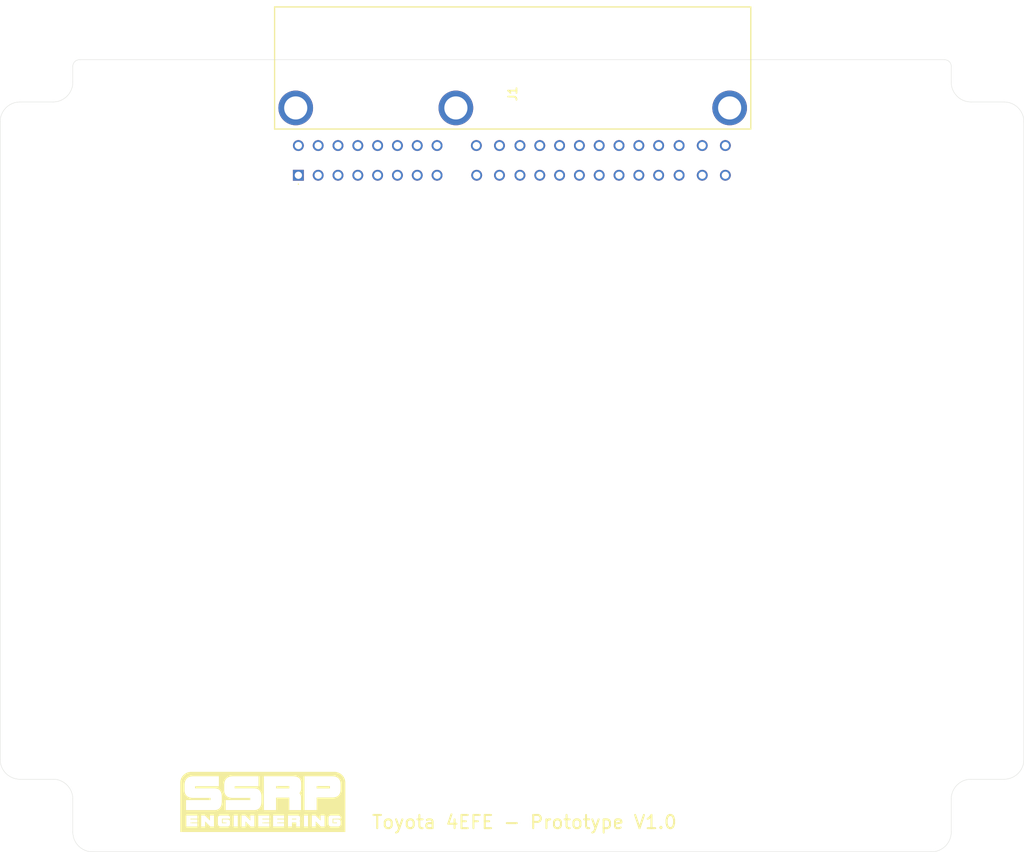
<source format=kicad_pcb>
(kicad_pcb (version 20221018) (generator pcbnew)
  (layers (0 "F.Cu" signal) (31 "B.Cu" signal) (34 "B.Paste" user) (35 "F.Paste" user) (36 "B.SilkS" user "B.Silkscreen") (37 "F.SilkS" user "F.Silkscreen") (38 "B.Mask" user) (39 "F.Mask" user) (44 "Edge.Cuts" user))
  (net 0 "")
  (footprint "4EFE Connector:1754466" (layer "F.Cu") (at 116.87868 52.02868 90)
    (fp_text reference "J1" (at 12.337 32.45 90) (layer "F.SilkS") (effects (font (size 1.27 1.27) (thickness 0.254))))
    (fp_text value "175446-6" hide)
    (fp_line (start -1.4 0) (end -1.4 0) (stroke (width 0.1)) (layer "F.SilkS"))
    (fp_line (start -1.3 0) (end -1.3 0) (stroke (width 0.1)) (layer "F.SilkS"))
    (fp_line (start 7 -3.6) (end 25.5 -3.6) (stroke (width 0.2)) (layer "F.SilkS"))
    (fp_line (start 7 68.5) (end 7 -3.6) (stroke (width 0.2)) (layer "F.SilkS"))
    (fp_line (start 25.5 -3.6) (end 25.5 68.5) (stroke (width 0.2)) (layer "F.SilkS"))
    (fp_line (start 25.5 68.5) (end 7 68.5) (stroke (width 0.2)) (layer "F.SilkS"))
    (fp_arc (start -1.4 0) (mid -1.35 -0.05) (end -1.3 0) (stroke (width 0.1)) (layer "F.SilkS"))
    (fp_arc (start -1.3 0) (mid -1.35 0.05) (end -1.4 0) (stroke (width 0.1)) (layer "F.SilkS"))
    (pad "1" thru_hole rect (at 0 0 90) (size 1.65 1.65) (drill 1.1) (layers "*.Cu" "*.Mask"))
    (pad "2" thru_hole circle (at 0 3 90) (size 1.65 1.65) (drill 1.1) (layers "*.Cu" "*.Mask"))
    (pad "3" thru_hole circle (at 0 6 90) (size 1.65 1.65) (drill 1.1) (layers "*.Cu" "*.Mask"))
    (pad "4" thru_hole circle (at 0 9 90) (size 1.65 1.65) (drill 1.1) (layers "*.Cu" "*.Mask"))
    (pad "5" thru_hole circle (at 0 12 90) (size 1.65 1.65) (drill 1.1) (layers "*.Cu" "*.Mask"))
    (pad "6" thru_hole circle (at 0 15 90) (size 1.65 1.65) (drill 1.1) (layers "*.Cu" "*.Mask"))
    (pad "7" thru_hole circle (at 0 18 90) (size 1.65 1.65) (drill 1.1) (layers "*.Cu" "*.Mask"))
    (pad "8" thru_hole circle (at 0 21 90) (size 1.65 1.65) (drill 1.1) (layers "*.Cu" "*.Mask"))
    (pad "9" thru_hole circle (at 4.5 0 90) (size 1.65 1.65) (drill 1.1) (layers "*.Cu" "*.Mask"))
    (pad "10" thru_hole circle (at 4.5 3 90) (size 1.65 1.65) (drill 1.1) (layers "*.Cu" "*.Mask"))
    (pad "11" thru_hole circle (at 4.5 6 90) (size 1.65 1.65) (drill 1.1) (layers "*.Cu" "*.Mask"))
    (pad "12" thru_hole circle (at 4.5 9 90) (size 1.65 1.65) (drill 1.1) (layers "*.Cu" "*.Mask"))
    (pad "13" thru_hole circle (at 4.5 12 90) (size 1.65 1.65) (drill 1.1) (layers "*.Cu" "*.Mask"))
    (pad "14" thru_hole circle (at 4.5 15 90) (size 1.65 1.65) (drill 1.1) (layers "*.Cu" "*.Mask"))
    (pad "15" thru_hole circle (at 4.5 18 90) (size 1.65 1.65) (drill 1.1) (layers "*.Cu" "*.Mask"))
    (pad "16" thru_hole circle (at 4.5 21 90) (size 1.65 1.65) (drill 1.1) (layers "*.Cu" "*.Mask"))
    (pad "101" thru_hole circle (at 0 27 90) (size 1.65 1.65) (drill 1.1) (layers "*.Cu" "*.Mask"))
    (pad "102" thru_hole circle (at 0 30.45 90) (size 1.65 1.65) (drill 1.1) (layers "*.Cu" "*.Mask"))
    (pad "103" thru_hole circle (at 0 33.55 90) (size 1.65 1.65) (drill 1.1) (layers "*.Cu" "*.Mask"))
    (pad "104" thru_hole circle (at 0 36.55 90) (size 1.65 1.65) (drill 1.1) (layers "*.Cu" "*.Mask"))
    (pad "105" thru_hole circle (at 0 39.55 90) (size 1.65 1.65) (drill 1.1) (layers "*.Cu" "*.Mask"))
    (pad "106" thru_hole circle (at 0 42.55 90) (size 1.65 1.65) (drill 1.1) (layers "*.Cu" "*.Mask"))
    (pad "107" thru_hole circle (at 0 45.55 90) (size 1.65 1.65) (drill 1.1) (layers "*.Cu" "*.Mask"))
    (pad "108" thru_hole circle (at 0 48.55 90) (size 1.65 1.65) (drill 1.1) (layers "*.Cu" "*.Mask"))
    (pad "109" thru_hole circle (at 0 51.55 90) (size 1.65 1.65) (drill 1.1) (layers "*.Cu" "*.Mask"))
    (pad "110" thru_hole circle (at 0 54.55 90) (size 1.65 1.65) (drill 1.1) (layers "*.Cu" "*.Mask"))
    (pad "111" thru_hole circle (at 0 57.65 90) (size 1.65 1.65) (drill 1.1) (layers "*.Cu" "*.Mask"))
    (pad "112" thru_hole circle (at 0 61.15 90) (size 1.65 1.65) (drill 1.1) (layers "*.Cu" "*.Mask"))
    (pad "113" thru_hole circle (at 0 64.65 90) (size 1.65 1.65) (drill 1.1) (layers "*.Cu" "*.Mask"))
    (pad "114" thru_hole circle (at 4.5 26.95 90) (size 1.65 1.65) (drill 1.1) (layers "*.Cu" "*.Mask"))
    (pad "115" thru_hole circle (at 4.5 30.45 90) (size 1.65 1.65) (drill 1.1) (layers "*.Cu" "*.Mask"))
    (pad "116" thru_hole circle (at 4.5 33.55 90) (size 1.65 1.65) (drill 1.1) (layers "*.Cu" "*.Mask"))
    (pad "117" thru_hole circle (at 4.5 36.55 90) (size 1.65 1.65) (drill 1.1) (layers "*.Cu" "*.Mask"))
    (pad "118" thru_hole circle (at 4.5 39.55 90) (size 1.65 1.65) (drill 1.1) (layers "*.Cu" "*.Mask"))
    (pad "119" thru_hole circle (at 4.5 42.55 90) (size 1.65 1.65) (drill 1.1) (layers "*.Cu" "*.Mask"))
    (pad "120" thru_hole circle (at 4.5 45.55 90) (size 1.65 1.65) (drill 1.1) (layers "*.Cu" "*.Mask"))
    (pad "121" thru_hole circle (at 4.5 48.55 90) (size 1.65 1.65) (drill 1.1) (layers "*.Cu" "*.Mask"))
    (pad "122" thru_hole circle (at 4.5 51.55 90) (size 1.65 1.65) (drill 1.1) (layers "*.Cu" "*.Mask"))
    (pad "123" thru_hole circle (at 4.5 54.55 90) (size 1.65 1.65) (drill 1.1) (layers "*.Cu" "*.Mask"))
    (pad "124" thru_hole circle (at 4.5 57.65 90) (size 1.65 1.65) (drill 1.1) (layers "*.Cu" "*.Mask"))
    (pad "125" thru_hole circle (at 4.5 61.15 90) (size 1.65 1.65) (drill 1.1) (layers "*.Cu" "*.Mask"))
    (pad "126" thru_hole circle (at 4.5 64.65 90) (size 1.65 1.65) (drill 1.1) (layers "*.Cu" "*.Mask"))
    (pad "MH1" thru_hole circle (at 10.2 -0.4 90) (size 5.25 5.25) (drill 3.5) (layers "*.Cu" "*.Mask"))
    (pad "MH2" thru_hole circle (at 10.2 23.85 90) (size 5.25 5.25) (drill 3.5) (layers "*.Cu" "*.Mask"))
    (pad "MH3" thru_hole circle (at 10.2 65.3 90) (size 5.25 5.25) (drill 3.5) (layers "*.Cu" "*.Mask"))
  )
  (gr_poly (pts (xy 122.421595 142.411439) (xy 122.505475 142.417817) (xy 122.588135 142.42832) (xy 122.669471 142.442845) (xy 122.749379 142.461287) (xy 122.827757 142.483543) (xy 122.904499 142.509509) (xy 122.979503 142.539081) (xy 123.052664 142.572156) (xy 123.12388 142.608629) (xy 123.193045 142.648398) (xy 123.260056 142.691358) (xy 123.32481 142.737406) (xy 123.387203 142.786437) (xy 123.44713 142.838348) (xy 123.504488 142.893036) (xy 123.559174 142.950395) (xy 123.611084 143.010324) (xy 123.660113 143.072718) (xy 123.706159 143.137472) (xy 123.749116 143.204485) (xy 123.788882 143.27365) (xy 123.825353 143.344866) (xy 123.858425 143.418028) (xy 123.887994 143.493032) (xy 123.913956 143.569775) (xy 123.936208 143.648153) (xy 123.954646 143.728062) (xy 123.969166 143.809398) (xy 123.979664 143.892057) (xy 123.986037 143.975937) (xy 123.988181 144.060932) (xy 123.988181 151.525) (xy 99 151.525) (xy 99 150.690629) (xy 99.917864 150.690629) (xy 101.583199 150.690629) (xy 102.168069 150.690629) (xy 102.76091 150.690629) (xy 102.762006 149.91346) (xy 103.533636 150.690629) (xy 104.10104 150.690629) (xy 107.087033 150.690629) (xy 107.704337 150.690629) (xy 108.280322 150.690629) (xy 108.873163 150.690629) (xy 108.87426 149.91346) (xy 109.64589 150.690629) (xy 110.213295 150.690629) (xy 110.805829 150.690629) (xy 112.471165 150.690629) (xy 113.056035 150.690629) (xy 114.721368 150.690629) (xy 117.72069 150.690629) (xy 118.338055 150.690629) (xy 118.914039 150.690629) (xy 119.506943 150.690629) (xy 119.507977 149.91346) (xy 120.279668 150.690629) (xy 120.847012 150.690629) (xy 120.847012 150.246513) (xy 121.439608 150.246513) (xy 121.440029 150.273835) (xy 121.441291 150.300289) (xy 121.443395 150.325877) (xy 121.44634 150.350597) (xy 121.450127 150.374449) (xy 121.454755 150.397435) (xy 121.460225 150.419553) (xy 121.466536 150.440804) (xy 121.473688 150.461188) (xy 121.481682 150.480705) (xy 121.490517 150.499354) (xy 121.500193 150.517136) (xy 121.510711 150.53405) (xy 121.522071 150.550098) (xy 121.534271 150.565278) (xy 121.547313 150.57959) (xy 121.561196 150.593036) (xy 121.575921 150.605614) (xy 121.591487 150.617324) (xy 121.607894 150.628167) (xy 121.625142 150.638143) (xy 121.643232 150.647251) (xy 121.662163 150.655492) (xy 121.681935 150.662866) (xy 121.702548 150.669372) (xy 121.724003 150.675011) (xy 121.746299 150.679782) (xy 121.769436 150.683685) (xy 121.793414 150.686722) (xy 121.818233 150.68889) (xy 121.843894 150.690192) (xy 121.870395 150.690625) (xy 122.858422 150.690625) (xy 122.88377 150.690203) (xy 122.90832 150.688934) (xy 122.932072 150.68682) (xy 122.955026 150.683859) (xy 122.977182 150.680054) (xy 122.99854 150.675402) (xy 123.0191 150.669905) (xy 123.038862 150.663562) (xy 123.057826 150.656374) (xy 123.075991 150.64834) (xy 123.093359 150.639461) (xy 123.109928 150.629736) (xy 123.125699 150.619165) (xy 123.140672 150.607749) (xy 123.154847 150.595488) (xy 123.168224 150.582381) (xy 123.180802 150.568429) (xy 123.192583 150.553631) (xy 123.203565 150.537988) (xy 123.213749 150.521499) (xy 123.223135 150.504166) (xy 123.231722 150.485986) (xy 123.239511 150.466962) (xy 123.246502 150.447092) (xy 123.252695 150.426378) (xy 123.258089 150.404817) (xy 123.262686 150.382412) (xy 123.266483 150.359162) (xy 123.269483 150.335066) (xy 123.271684 150.310125) (xy 123.273691 150.257708) (xy 123.273691 149.99342) (xy 123.27302 149.970467) (xy 123.271555 149.948241) (xy 123.269295 149.926741) (xy 123.266241 149.905968) (xy 123.262393 149.885921) (xy 123.257751 149.866601) (xy 123.252314 149.848007) (xy 123.246083 149.83014) (xy 123.239058 149.813) (xy 123.23124 149.796586) (xy 123.222627 149.780898) (xy 123.21322 149.765937) (xy 123.203019 149.751702) (xy 123.192025 149.738194) (xy 123.180236 149.725412) (xy 123.167654 149.713356) (xy 123.154278 149.702027) (xy 123.140109 149.691424) (xy 123.125145 149.681547) (xy 123.109388 149.672396) (xy 123.092838 149.663972) (xy 123.075494 149.656274) (xy 123.057357 149.649302) (xy 123.038426 149.643056) (xy 123.018702 149.637537) (xy 122.998184 149.632743) (xy 122.976874 149.628676) (xy 122.95477 149.625335) (xy 122.908182 149.62083) (xy 122.858422 149.61923) (xy 122.171196 149.61923) (xy 122.171196 150.078919) (xy 122.728559 150.078919) (xy 122.728559 150.190954) (xy 122.054661 150.190954) (xy 122.054661 149.504885) (xy 123.273632 149.506041) (xy 123.273695 149.506041) (xy 123.273695 149.358346) (xy 123.273079 149.337854) (xy 123.271644 149.318012) (xy 123.269389 149.298821) (xy 123.266314 149.280281) (xy 123.26242 149.262391) (xy 123.257706 149.245152) (xy 123.252171 149.228564) (xy 123.245818 149.212627) (xy 123.238644 149.19734) (xy 123.23065 149.182703) (xy 123.221837 149.168718) (xy 123.212203 149.155383) (xy 123.20175 149.142698) (xy 123.190477 149.130664) (xy 123.178384 149.119281) (xy 123.165472 149.108548) (xy 123.151739 149.098466) (xy 123.137186 149.089035) (xy 123.121814 149.080253) (xy 123.105621 149.072123) (xy 123.088608 149.064643) (xy 123.070776 149.057813) (xy 123.052123 149.051634) (xy 123.032651 149.046106) (xy 122.991246 149.037) (xy 122.946561 149.030496) (xy 122.898595 149.026593) (xy 122.847349 149.025293) (xy 121.87149 149.025293) (xy 121.844916 149.025618) (xy 121.819185 149.026593) (xy 121.794298 149.028219) (xy 121.770256 149.030496) (xy 121.747057 149.033423) (xy 121.724702 149.037) (xy 121.703191 149.041227) (xy 121.682524 149.046106) (xy 121.662701 149.051634) (xy 121.643721 149.057813) (xy 121.625586 149.064643) (xy 121.608294 149.072123) (xy 121.591846 149.080253) (xy 121.576241 149.089035) (xy 121.56148 149.098466) (xy 121.547563 149.108548) (xy 121.53449 149.119281) (xy 121.52226 149.130664) (xy 121.510873 149.142698) (xy 121.500331 149.155383) (xy 121.490632 149.168718) (xy 121.481776 149.182703) (xy 121.473764 149.19734) (xy 121.466595 149.212627) (xy 121.46027 149.228564) (xy 121.454788 149.245152) (xy 121.45015 149.262391) (xy 121.446355 149.280281) (xy 121.443403 149.298821) (xy 121.441295 149.318012) (xy 121.44003 149.337854) (xy 121.439608 149.358346) (xy 121.439608 150.246513) (xy 120.847012 150.246513) (xy 120.847012 149.025294) (xy 120.24632 149.025294) (xy 120.24632 149.802464) (xy 119.469151 149.025294) (xy 118.914039 149.025294) (xy 118.914039 150.690629) (xy 118.338055 150.690629) (xy 118.338055 149.025294) (xy 117.72069 149.025294) (xy 117.72069 150.690629) (xy 114.721368 150.690629) (xy 114.721368 150.690569) (xy 115.306177 150.690569) (xy 115.905712 150.690569) (xy 115.905712 150.075452) (xy 116.558555 150.075452) (xy 116.558555 150.690569) (xy 117.132594 150.690569) (xy 117.132594 150.069977) (xy 117.132534 150.054304) (xy 117.131806 150.038936) (xy 117.130411 150.023872) (xy 117.128349 150.009113) (xy 117.125619 149.994657) (xy 117.122221 149.980506) (xy 117.118157 149.966658) (xy 117.113424 149.953114) (xy 117.108024 149.939873) (xy 117.101957 149.926934) (xy 117.095222 149.914298) (xy 117.08782 149.901964) (xy 117.07975 149.889933) (xy 117.071013 149.878203) (xy 117.061608 149.866774) (xy 117.051536 149.855647) (xy 117.061887 149.844975) (xy 117.071581 149.833794) (xy 117.080616 149.822103) (xy 117.088994 149.809902) (xy 117.096713 149.797191) (xy 117.103774 149.783969) (xy 117.110176 149.770237) (xy 117.11592 149.755993) (xy 117.121005 149.741238) (xy 117.12543 149.725971) (xy 117.129196 149.710192) (xy 117.132303 149.693902) (xy 117.13475 149.677098) (xy 117.136538 149.659782) (xy 117.137665 149.641954) (xy 117.138132 149.623612) (xy 117.13807 149.623612) (xy 117.13807 149.358287) (xy 117.137445 149.337794) (xy 117.135992 149.317952) (xy 117.133711 149.298762) (xy 117.130602 149.280221) (xy 117.126665 149.262332) (xy 117.121899 149.245093) (xy 117.116306 149.228505) (xy 117.109885 149.212567) (xy 117.102635 149.19728) (xy 117.094558 149.182644) (xy 117.085652 149.168658) (xy 117.075918 149.155323) (xy 117.065356 149.142639) (xy 117.053965 149.130605) (xy 117.041747 149.119221) (xy 117.0287 149.108489) (xy 117.014824 149.098407) (xy 117.000121 149.088975) (xy 116.984589 149.080194) (xy 116.968229 149.072063) (xy 116.95104 149.064583) (xy 116.933023 149.057754) (xy 116.914177 149.051575) (xy 116.894503 149.046046) (xy 116.85267 149.03694) (xy 116.807522 149.030436) (xy 116.75906 149.026534) (xy 116.707284 149.025233) (xy 115.306177 149.025233) (xy 115.306177 150.690569) (xy 114.721368 150.690569) (xy 114.721368 150.186634) (xy 113.673339 150.186634) (xy 113.673339 150.07661) (xy 114.721368 150.07661) (xy 114.721368 149.62361) (xy 113.673339 149.62361) (xy 113.673339 149.507015) (xy 114.72137 149.507015) (xy 114.72137 149.025294) (xy 113.056035 149.025294) (xy 113.056035 150.690629) (xy 112.471165 150.690629) (xy 112.471165 150.186634) (xy 111.423134 150.186634) (xy 111.423134 150.07661) (xy 112.471165 150.07661) (xy 112.471165 149.62361) (xy 111.423134 149.62361) (xy 111.423134 149.507015) (xy 112.471165 149.507015) (xy 112.471165 149.025294) (xy 110.805829 149.025294) (xy 110.805829 150.690629) (xy 110.213295 150.690629) (xy 110.213295 149.025294) (xy 109.612603 149.025294) (xy 109.612603 149.802464) (xy 108.835434 149.025294) (xy 108.280322 149.025294) (xy 108.280322 150.690629) (xy 107.704337 150.690629) (xy 107.704337 149.025294) (xy 107.087033 149.025294) (xy 107.087033 150.690629) (xy 104.10104 150.690629) (xy 104.10104 150.246513) (xy 104.693699 150.246513) (xy 104.69412 150.273835) (xy 104.695382 150.300289) (xy 104.697486 150.325877) (xy 104.700431 150.350597) (xy 104.704218 150.374449) (xy 104.708846 150.397435) (xy 104.714315 150.419553) (xy 104.720626 150.440804) (xy 104.727779 150.461188) (xy 104.735772 150.480705) (xy 104.744608 150.499354) (xy 104.754284 150.517136) (xy 104.764802 150.53405) (xy 104.776161 150.550098) (xy 104.788362 150.565278) (xy 104.801404 150.57959) (xy 104.815287 150.593036) (xy 104.830011 150.605614) (xy 104.845577 150.617324) (xy 104.861984 150.628167) (xy 104.879232 150.638143) (xy 104.897322 150.647251) (xy 104.916253 150.655492) (xy 104.936025 150.662866) (xy 104.956638 150.669372) (xy 104.978093 150.675011) (xy 105.000389 150.679782) (xy 105.023526 150.683685) (xy 105.047504 150.686722) (xy 105.072323 150.68889) (xy 105.097984 150.690192) (xy 105.124485 150.690625) (xy 106.112574 150.690625) (xy 106.137917 150.690203) (xy 106.162462 150.688934) (xy 106.186209 150.68682) (xy 106.209158 150.683859) (xy 106.23131 150.680054) (xy 106.252664 150.675402) (xy 106.27322 150.669905) (xy 106.292978 150.663562) (xy 106.311939 150.656374) (xy 106.330102 150.64834) (xy 106.347466 150.639461) (xy 106.364033 150.629736) (xy 106.379802 150.619165) (xy 106.394774 150.607749) (xy 106.408947 150.595488) (xy 106.422322 150.582381) (xy 106.434899 150.568429) (xy 106.446678 150.553631) (xy 106.457659 150.537988) (xy 106.467843 150.521499) (xy 106.477228 150.504166) (xy 106.485814 150.485986) (xy 106.493603 150.466962) (xy 106.500594 150.447092) (xy 106.506786 150.426378) (xy 106.51218 150.404817) (xy 106.516776 150.382412) (xy 106.520574 150.359162) (xy 106.523574 150.335066) (xy 106.525775 150.310125) (xy 106.527782 150.257708) (xy 106.527782 149.99342) (xy 106.527112 149.970467) (xy 106.525647 149.948241) (xy 106.523388 149.926741) (xy 106.520335 149.905968) (xy 106.516488 149.885921) (xy 106.511847 149.866601) (xy 106.506412 149.848007) (xy 106.500183 149.83014) (xy 106.49316 149.813) (xy 106.485344 149.796586) (xy 106.476734 149.780898) (xy 106.467329 149.765937) (xy 106.457131 149.751702) (xy 106.446139 149.738194) (xy 106.434354 149.725412) (xy 106.421774 149.713356) (xy 106.408401 149.702027) (xy 106.394235 149.691424) (xy 106.379274 149.681547) (xy 106.36352 149.672396) (xy 106.346972 149.663972) (xy 106.329631 149.656274) (xy 106.311496 149.649302) (xy 106.292568 149.643056) (xy 106.272846 149.637537) (xy 106.25233 149.632743) (xy 106.231021 149.628676) (xy 106.208919 149.625335) (xy 106.162333 149.62083) (xy 106.112574 149.61923) (xy 105.425287 149.61923) (xy 105.425287 150.078919) (xy 105.98265 150.078919) (xy 105.98265 150.190954) (xy 105.30869 150.190954) (xy 105.30869 149.504885) (xy 106.527721 149.506041) (xy 106.527782 149.506041) (xy 106.527782 149.358346) (xy 106.527162 149.337854) (xy 106.525721 149.318012) (xy 106.523462 149.298821) (xy 106.520383 149.280281) (xy 106.516484 149.262391) (xy 106.511767 149.245152) (xy 106.506229 149.228564) (xy 106.499872 149.212627) (xy 106.492696 149.19734) (xy 106.4847 149.182703) (xy 106.475885 149.168718) (xy 106.46625 149.155383) (xy 106.455796 149.142698) (xy 106.444522 149.130664) (xy 106.432428 149.119281) (xy 106.419515 149.108548) (xy 106.405783 149.098466) (xy 106.391231 149.089035) (xy 106.375859 149.080253) (xy 106.359668 149.072123) (xy 106.342657 149.064643) (xy 106.324826 149.057813) (xy 106.306176 149.051634) (xy 106.286706 149.046106) (xy 106.245307 149.037) (xy 106.20063 149.030496) (xy 106.152674 149.026593) (xy 106.101439 149.025293) (xy 105.125581 149.025293) (xy 105.099007 149.025618) (xy 105.073276 149.026593) (xy 105.04839 149.028219) (xy 105.024347 149.030496) (xy 105.001149 149.033423) (xy 104.978794 149.037) (xy 104.957283 149.041227) (xy 104.936616 149.046106) (xy 104.916793 149.051634) (xy 104.897813 149.057813) (xy 104.879677 149.064643) (xy 104.862385 149.072123) (xy 104.845937 149.080253) (xy 104.830333 149.089035) (xy 104.815572 149.098466) (xy 104.801655 149.108548) (xy 104.788581 149.119281) (xy 104.776351 149.130664) (xy 104.764965 149.142698) (xy 104.754422 149.155383) (xy 104.744723 149.168718) (xy 104.735867 149.182703) (xy 104.727855 149.19734) (xy 104.720686 149.212627) (xy 104.714361 149.228564) (xy 104.708879 149.245152) (xy 104.704241 149.262391) (xy 104.700446 149.280281) (xy 104.697494 149.298821) (xy 104.695386 149.318012) (xy 104.694121 149.337854) (xy 104.693699 149.358346) (xy 104.693699 150.246513) (xy 104.10104 150.246513) (xy 104.10104 149.025294) (xy 103.500348 149.025294) (xy 103.500348 149.802464) (xy 102.723179 149.025294) (xy 102.168069 149.025294) (xy 102.168069 150.690629) (xy 101.583199 150.690629) (xy 101.583199 150.186634) (xy 100.535168 150.186634) (xy 100.535168 150.07661) (xy 101.583199 150.07661) (xy 101.583199 149.62361) (xy 100.535168 149.62361) (xy 100.535168 149.507015) (xy 101.583199 149.507015) (xy 101.583199 149.025294) (xy 99.917864 149.025294) (xy 99.917864 150.690629) (xy 99 150.690629) (xy 99 148.206925) (xy 111.655475 148.206925) (xy 113.500695 148.206925) (xy 113.500695 146.313875) (xy 115.509979 146.313875) (xy 115.509979 148.206925) (xy 117.276635 148.206925) (xy 117.276635 148.206869) (xy 117.806189 148.206869) (xy 119.647999 148.206869) (xy 119.647999 146.293309) (xy 122.039995 146.293309) (xy 122.115883 146.290622) (xy 122.189363 146.285537) (xy 122.260434 146.278056) (xy 122.329096 146.268178) (xy 122.39535 146.255904) (xy 122.459195 146.241233) (xy 122.520631 146.224165) (xy 122.579658 146.204701) (xy 122.636276 146.18284) (xy 122.690486 146.158583) (xy 122.742286 146.13193) (xy 122.791677 146.10288) (xy 122.83866 146.071434) (xy 122.883233 146.037591) (xy 122.925398 146.001353) (xy 122.965153 145.962718) (xy 123.002499 145.921687) (xy 123.037435 145.87826) (xy 123.069963 145.832437) (xy 123.100081 145.784218) (xy 123.127791 145.733603) (xy 123.15309 145.680592) (xy 123.175981 145.625185) (xy 123.196462 145.567382) (xy 123.214533 145.507184) (xy 123.230196 145.44459) (xy 123.243448 145.3796) (xy 123.254291 145.312215) (xy 123.262725 145.242434) (xy 123.268749 145.170257) (xy 123.273569 145.018718) (xy 123.273569 144.280618) (xy 123.264659 144.138593) (xy 123.256731 144.070934) (xy 123.246487 144.00551) (xy 123.233928 143.942321) (xy 123.219053 143.881368) (xy 123.201863 143.82265) (xy 123.182357 143.766168) (xy 123.160535 143.711921) (xy 123.136398 143.659909) (xy 123.109946 143.610133) (xy 123.081177 143.562593) (xy 123.050094 143.517287) (xy 123.016694 143.474218) (xy 122.98098 143.433384) (xy 122.942949 143.394785) (xy 122.902603 143.358422) (xy 122.859942 143.324294) (xy 122.814965 143.292402) (xy 122.767672 143.262745) (xy 122.718064 143.235324) (xy 122.66614 143.210139) (xy 122.611901 143.187189) (xy 122.555346 143.166474) (xy 122.496476 143.147996) (xy 122.43529 143.131753) (xy 122.371789 143.117745) (xy 122.305972 143.105973) (xy 122.237839 143.096437) (xy 122.167391 143.089137) (xy 122.019548 143.081242) (xy 117.806189 143.081242) (xy 117.806189 148.206869) (xy 117.276635 148.206869) (xy 117.276635 146.296715) (xy 117.276453 146.248495) (xy 117.274216 146.201209) (xy 117.269926 146.154857) (xy 117.263581 146.109439) (xy 117.255181 146.064954) (xy 117.244727 146.021404) (xy 117.232218 145.978787) (xy 117.217653 145.937104) (xy 117.201034 145.896354) (xy 117.182358 145.856538) (xy 117.161628 145.817655) (xy 117.138841 145.779706) (xy 117.113998 145.742689) (xy 117.0871 145.706606) (xy 117.058144 145.671455) (xy 117.027133 145.637237) (xy 117.059003 145.604411) (xy 117.088845 145.570012) (xy 117.116659 145.534038) (xy 117.142444 145.496491) (xy 117.166202 145.457369) (xy 117.187931 145.416673) (xy 117.207632 145.374402) (xy 117.225305 145.330556) (xy 117.24095 145.285135) (xy 117.254567 145.238138) (xy 117.266155 145.189565) (xy 117.275715 145.139416) (xy 117.283247 145.08769) (xy 117.288751 145.034388) (xy 117.292226 144.979509) (xy 117.293674 144.923053) (xy 117.293674 144.106389) (xy 117.29176 144.043317) (xy 117.287296 143.982247) (xy 117.280283 143.923179) (xy 117.27072 143.866114) (xy 117.258607 143.811051) (xy 117.243944 143.757991) (xy 117.226732 143.706933) (xy 117.20697 143.657877) (xy 117.184658 143.610824) (xy 117.159797 143.565774) (xy 117.132387 143.522726) (xy 117.102426 143.48168) (xy 117.069916 143.442636) (xy 117.034857 143.405595) (xy 116.997248 143.370556) (xy 116.95709 143.33752) (xy 116.914382 143.306485) (xy 116.869125 143.277453) (xy 116.821318 143.250424) (xy 116.770962 143.225396) (xy 116.718056 143.202371) (xy 116.662602 143.181348) (xy 116.604598 143.162328) (xy 116.544044 143.145309) (xy 116.41529 143.117279) (xy 116.276338 143.097258) (xy 116.12719 143.085245) (xy 115.967845 143.081241) (xy 111.655475 143.081241) (xy 111.655475 148.206925) (xy 99 148.206925) (xy 99 145.13148) (xy 99.647794 145.13148) (xy 99.648985 145.203024) (xy 99.652559 145.272425) (xy 99.658515 145.339684) (xy 99.666854 145.404801) (xy 99.677576 145.467777) (xy 99.69068 145.52861) (xy 99.706167 145.587301) (xy 99.724036 145.643849) (xy 99.744288 145.698256) (xy 99.766923 145.75052) (xy 99.79194 145.800642) (xy 99.81934 145.848621) (xy 99.849122 145.894458) (xy 99.881287 145.938153) (xy 99.915834 145.979705) (xy 99.952764 146.019114) (xy 99.992077 146.056381) (xy 100.033772 146.091505) (xy 100.07785 146.124487) (xy 100.12431 146.155325) (xy 100.173153 146.184021) (xy 100.224379 146.210574) (xy 100.277987 146.234984) (xy 100.333978 146.257252) (xy 100.392351 146.277376) (xy 100.453107 146.295357) (xy 100.516245 146.311195) (xy 100.581766 146.32489) (xy 100.64967 146.336442) (xy 100.719956 146.345851) (xy 100.867676 146.358239) (xy 103.591082 146.358239) (xy 103.591082 146.689711) (xy 99.873258 146.689711) (xy 99.873258 148.206867) (xy 104.148142 148.206867) (xy 104.217732 148.205532) (xy 104.28512 148.201528) (xy 104.350305 148.194854) (xy 104.413288 148.18551) (xy 104.474069 148.173497) (xy 104.532647 148.158814) (xy 104.589022 148.141461) (xy 104.643195 148.121439) (xy 104.695166 148.098747) (xy 104.744934 148.073386) (xy 104.7925 148.045355) (xy 104.837864 148.014654) (xy 104.881025 147.981284) (xy 104.921983 147.945244) (xy 104.96074 147.906534) (xy 104.997294 147.865155) (xy 105.031645 147.821106) (xy 105.063795 147.774388) (xy 105.093742 147.725) (xy 105.121486 147.672942) (xy 105.147029 147.618215) (xy 105.170369 147.560818) (xy 105.191507 147.500752) (xy 105.210442 147.438015) (xy 105.227175 147.37261) (xy 105.241706 147.304534) (xy 105.264162 147.160375) (xy 105.277808 147.005537) (xy 105.282646 146.840021) (xy 105.282646 146.156627) (xy 105.280709 146.08051) (xy 105.27661 146.006789) (xy 105.270347 145.935464) (xy 105.261923 145.866536) (xy 105.251336 145.800003) (xy 105.238586 145.735867) (xy 105.223674 145.674126) (xy 105.206599 145.614782) (xy 105.187362 145.557834) (xy 105.165963 145.503282) (xy 105.142402 145.451126) (xy 105.116678 145.401366) (xy 105.088791 145.354003) (xy 105.058743 145.309036) (xy 105.026532 145.266464) (xy 104.992159 145.226289) (xy 104.955623 145.18851) (xy 104.916926 145.153127) (xy 104.876066 145.120141) (xy 104.833044 145.08955) (xy 104.78786 145.061355) (xy 104.740514 145.035557) (xy 104.691006 145.012155) (xy 104.639336 144.991149) (xy 104.585503 144.972539) (xy 104.529509 144.956325) (xy 104.471353 144.942507) (xy 104.411034 144.931086) (xy 104.348554 144.92206) (xy 104.283912 144.915431) (xy 104.217108 144.911198) (xy 104.148142 144.909361) (xy 101.236758 144.909361) (xy 101.236758 144.588173) (xy 104.838411 144.588173) (xy 104.838411 144.448087) (xy 105.651605 144.448087) (xy 105.651665 144.448087) (xy 105.651665 145.131419) (xy 105.652857 145.202962) (xy 105.656431 145.272363) (xy 105.662387 145.339623) (xy 105.670726 145.40474) (xy 105.681448 145.467715) (xy 105.694552 145.528548) (xy 105.710039 145.587239) (xy 105.727908 145.643788) (xy 105.74816 145.698194) (xy 105.770795 145.750459) (xy 105.795812 145.80058) (xy 105.823212 145.84856) (xy 105.852994 145.894397) (xy 105.885159 145.938091) (xy 105.919706 145.979643) (xy 105.956636 146.019053) (xy 105.995949 146.05632) (xy 106.037644 146.091444) (xy 106.081722 146.124425) (xy 106.128182 146.155264) (xy 106.177025 146.18396) (xy 106.228251 146.210513) (xy 106.281859 146.234923) (xy 106.33785 146.25719) (xy 106.396223 146.277315) (xy 106.456979 146.295296) (xy 106.520118 146.311134) (xy 106.585639 146.324829) (xy 106.653542 146.336381) (xy 106.723829 146.34579) (xy 106.871549 146.358177) (xy 109.594954 146.358177) (xy 109.594954 146.68965) (xy 105.87713 146.68965) (xy 105.87713 148.206867) (xy 110.151954 148.206867) (xy 110.221544 148.205532) (xy 110.288932 148.201528) (xy 110.354117 148.194854) (xy 110.4171 148.18551) (xy 110.477881 148.173497) (xy 110.536459 148.158814) (xy 110.592834 148.141461) (xy 110.647007 148.121439) (xy 110.698978 148.098747) (xy 110.748746 148.073386) (xy 110.796312 148.045355) (xy 110.841675 148.014654) (xy 110.884836 147.981284) (xy 110.925795 147.945244) (xy 110.964551 147.906534) (xy 111.001105 147.865155) (xy 111.035457 147.821106) (xy 111.067606 147.774388) (xy 111.097553 147.725) (xy 111.125298 147.672942) (xy 111.15084 147.618215) (xy 111.17418 147.560818) (xy 111.195318 147.500752) (xy 111.214254 147.438015) (xy 111.230987 147.37261) (xy 111.245518 147.304534) (xy 111.267973 147.160375) (xy 111.28162 147.005537) (xy 111.286457 146.840021) (xy 111.286457 146.156627) (xy 111.284521 146.08051) (xy 111.280421 146.006789) (xy 111.274159 145.935464) (xy 111.265735 145.866536) (xy 111.255147 145.800003) (xy 111.242398 145.735867) (xy 111.227486 145.674126) (xy 111.210412 145.614782) (xy 111.191175 145.557834) (xy 111.169776 145.503282) (xy 111.146214 145.451126) (xy 111.12049 145.401366) (xy 111.092604 145.354003) (xy 111.062555 145.309036) (xy 111.030344 145.266464) (xy 110.995971 145.226289) (xy 110.959436 145.18851) (xy 110.920738 145.153127) (xy 110.879879 145.120141) (xy 110.836857 145.08955) (xy 110.791673 145.061355) (xy 110.744327 145.035557) (xy 110.694819 145.012155) (xy 110.643148 144.991149) (xy 110.589316 144.972539) (xy 110.533321 144.956325) (xy 110.475165 144.942507) (xy 110.414847 144.931086) (xy 110.352366 144.92206) (xy 110.287724 144.915431) (xy 110.22092 144.911198) (xy 110.151954 144.909361) (xy 107.240568 144.909361) (xy 107.240568 144.588173) (xy 110.842222 144.588173) (xy 110.842222 143.081242) (xy 107.03555 143.081242) (xy 106.950407 143.082577) (xy 106.867966 143.086582) (xy 106.788229 143.093257) (xy 106.711194 143.102602) (xy 106.636862 143.114616) (xy 106.565232 143.129301) (xy 106.496306 143.146655) (xy 106.430082 143.166679) (xy 106.366562 143.189372) (xy 106.305744 143.214736) (xy 106.247629 143.242769) (xy 106.192217 143.273471) (xy 106.139508 143.306843) (xy 106.089502 143.342885) (xy 106.042199 143.381596) (xy 105.997599 143.422977) (xy 105.955701 143.467027) (xy 105.916507 143.513746) (xy 105.880016 143.563135) (xy 105.846227 143.615193) (xy 105.815142 143.669921) (xy 105.78676 143.727317) (xy 105.76108 143.787383) (xy 105.738104 143.850118) (xy 105.717831 143.915523) (xy 105.700261 143.983596) (xy 105.685394 144.054339) (xy 105.67323 144.12775) (xy 105.663769 144.203831) (xy 105.657011 144.282581) (xy 105.652956 144.363999) (xy 105.651605 144.448087) (xy 104.838411 144.448087) (xy 104.838411 143.081242) (xy 101.031739 143.081242) (xy 100.946596 143.082577) (xy 100.864155 143.086582) (xy 100.784418 143.093257) (xy 100.707383 143.102602) (xy 100.633051 143.114616) (xy 100.561421 143.129301) (xy 100.492495 143.146655) (xy 100.426272 143.166679) (xy 100.362751 143.189372) (xy 100.301933 143.214736) (xy 100.243818 143.242769) (xy 100.188406 143.273471) (xy 100.135697 143.306843) (xy 100.085691 143.342885) (xy 100.038388 143.381596) (xy 99.993788 143.422977) (xy 99.95189 143.467027) (xy 99.912696 143.513746) (xy 99.876205 143.563135) (xy 99.842416 143.615193) (xy 99.811331 143.669921) (xy 99.782949 143.727317) (xy 99.757269 143.787383) (xy 99.734293 143.850118) (xy 99.71402 143.915523) (xy 99.69645 143.983596) (xy 99.681583 144.054339) (xy 99.669419 144.12775) (xy 99.659958 144.203831) (xy 99.6532 144.282581) (xy 99.649145 144.363999) (xy 99.647794 144.448087) (xy 99.647794 145.13148) (xy 99 145.13148) (xy 99 144.060932) (xy 99.00215 143.975937) (xy 99.008527 143.892057) (xy 99.01903 143.809398) (xy 99.033555 143.728062) (xy 99.051997 143.648153) (xy 99.074253 143.569775) (xy 99.100219 143.493032) (xy 99.129791 143.418028) (xy 99.162866 143.344866) (xy 99.199339 143.27365) (xy 99.239108 143.204485) (xy 99.282068 143.137472) (xy 99.328116 143.072718) (xy 99.377147 143.010324) (xy 99.429058 142.950395) (xy 99.483745 142.893036) (xy 99.541105 142.838348) (xy 99.601034 142.786437) (xy 99.663428 142.737406) (xy 99.728182 142.691358) (xy 99.795195 142.648398) (xy 99.86436 142.608629) (xy 99.935576 142.572156) (xy 100.008738 142.539081) (xy 100.083742 142.509509) (xy 100.160485 142.483543) (xy 100.238863 142.461287) (xy 100.318772 142.442845) (xy 100.400108 142.42832) (xy 100.482768 142.417817) (xy 100.566647 142.411439) (xy 100.651643 142.40929) (xy 122.3366 142.40929)) (fill solid) (layer "F.SilkS"))
  (gr_poly (pts (xy 121.660752 144.923053) (xy 119.648061 144.923053) (xy 119.648061 144.56085) (xy 121.660752 144.56085)) (fill solid) (layer "F.SilkS"))
  (gr_poly (pts (xy 116.558617 149.622517) (xy 115.910215 149.622517) (xy 115.910215 149.504885) (xy 116.558617 149.504885)) (fill solid) (layer "F.SilkS"))
  (gr_poly (pts (xy 115.509979 144.919646) (xy 113.514388 144.919646) (xy 113.514388 144.557442) (xy 115.509979 144.557442)) (fill solid) (layer "F.SilkS"))
  (gr_line (start 79.72868 143.52868) (end 74.72868 143.52868) (stroke (width 0.05)) (layer "Edge.Cuts"))
  (gr_arc (start 215.72868 146.52868) (mid 216.607366 144.407366) (end 218.72868 143.52868) (stroke (width 0.05)) (layer "Edge.Cuts"))
  (gr_arc (start 79.72868 143.52868) (mid 81.850014 144.407346) (end 82.72868 146.52868) (stroke (width 0.05)) (layer "Edge.Cuts"))
  (gr_line (start 212.72868 154.52868) (end 85.72868 154.52868) (stroke (width 0.05)) (layer "Edge.Cuts"))
  (gr_line (start 74.72868 40.92868) (end 79.72868 40.92868) (stroke (width 0.05)) (layer "Edge.Cuts"))
  (gr_arc (start 214.72868 34.52868) (mid 215.435801 34.821559) (end 215.72868 35.52868) (stroke (width 0.05)) (layer "Edge.Cuts"))
  (gr_arc (start 71.72868 43.92868) (mid 72.607366 41.807366) (end 74.72868 40.92868) (stroke (width 0.05)) (layer "Edge.Cuts"))
  (gr_arc (start 82.72868 37.92868) (mid 81.850006 40.050006) (end 79.72868 40.92868) (stroke (width 0.05)) (layer "Edge.Cuts"))
  (gr_line (start 215.72868 146.52868) (end 215.72868 151.52868) (stroke (width 0.05)) (layer "Edge.Cuts"))
  (gr_arc (start 215.72868 151.52868) (mid 214.850006 153.650006) (end 212.72868 154.52868) (stroke (width 0.05)) (layer "Edge.Cuts"))
  (gr_arc (start 74.72868 143.52868) (mid 72.607374 142.649986) (end 71.72868 140.52868) (stroke (width 0.05)) (layer "Edge.Cuts"))
  (gr_line (start 218.72868 40.92868) (end 223.72868 40.92868) (stroke (width 0.05)) (layer "Edge.Cuts"))
  (gr_arc (start 223.72868 40.92868) (mid 225.850014 41.807346) (end 226.72868 43.92868) (stroke (width 0.05)) (layer "Edge.Cuts"))
  (gr_line (start 83.72868 34.52868) (end 214.72868 34.52868) (stroke (width 0.05)) (layer "Edge.Cuts"))
  (gr_line (start 215.72868 35.52868) (end 215.72868 37.92868) (stroke (width 0.05)) (layer "Edge.Cuts"))
  (gr_line (start 82.72868 151.52868) (end 82.72868 146.52868) (stroke (width 0.05)) (layer "Edge.Cuts"))
  (gr_line (start 82.72868 37.92868) (end 82.72868 35.52868) (stroke (width 0.05)) (layer "Edge.Cuts"))
  (gr_arc (start 218.72868 40.92868) (mid 216.607374 40.049986) (end 215.72868 37.92868) (stroke (width 0.05)) (layer "Edge.Cuts"))
  (gr_arc (start 82.72868 35.52868) (mid 83.021579 34.821579) (end 83.72868 34.52868) (stroke (width 0.05)) (layer "Edge.Cuts"))
  (gr_arc (start 226.72868 140.52868) (mid 225.850006 142.650006) (end 223.72868 143.52868) (stroke (width 0.05)) (layer "Edge.Cuts"))
  (gr_line (start 226.72868 43.92868) (end 226.72868 140.52868) (stroke (width 0.05)) (layer "Edge.Cuts"))
  (gr_line (start 71.72868 140.52868) (end 71.72868 43.92868) (stroke (width 0.05)) (layer "Edge.Cuts"))
  (gr_line (start 223.72868 143.52868) (end 218.72868 143.52868) (stroke (width 0.05)) (layer "Edge.Cuts"))
  (gr_arc (start 85.72868 154.52868) (mid 83.607374 153.649986) (end 82.72868 151.52868) (stroke (width 0.05)) (layer "Edge.Cuts"))
  (gr_text "Toyota 4EFE - Prototype V1.0\n" (at 151.103225 150.029741) (layer "F.SilkS") (effects (font (size 2 2) (thickness 0.3))))
)
</source>
